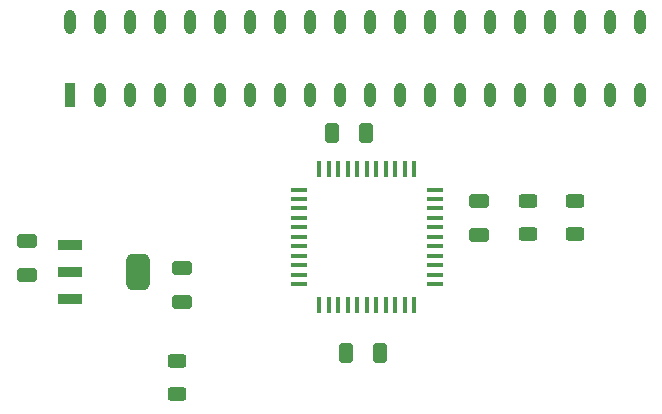
<source format=gtp>
G04*
G04 #@! TF.GenerationSoftware,Altium Limited,Altium Designer,18.0.12 (696)*
G04*
G04 Layer_Color=8421504*
%FSAX25Y25*%
%MOIN*%
G70*
G01*
G75*
G04:AMPARAMS|DCode=16|XSize=35.43mil|YSize=82.68mil|CornerRadius=8.37mil|HoleSize=0mil|Usage=FLASHONLY|Rotation=90.000|XOffset=0mil|YOffset=0mil|HoleType=Round|Shape=RoundedRectangle|*
%AMROUNDEDRECTD16*
21,1,0.03543,0.06594,0,0,90.0*
21,1,0.01870,0.08268,0,0,90.0*
1,1,0.01673,0.03297,0.00935*
1,1,0.01673,0.03297,-0.00935*
1,1,0.01673,-0.03297,-0.00935*
1,1,0.01673,-0.03297,0.00935*
%
%ADD16ROUNDEDRECTD16*%
G04:AMPARAMS|DCode=17|XSize=120.08mil|YSize=76.77mil|CornerRadius=17.22mil|HoleSize=0mil|Usage=FLASHONLY|Rotation=90.000|XOffset=0mil|YOffset=0mil|HoleType=Round|Shape=RoundedRectangle|*
%AMROUNDEDRECTD17*
21,1,0.12008,0.04232,0,0,90.0*
21,1,0.08563,0.07677,0,0,90.0*
1,1,0.03445,0.02116,0.04282*
1,1,0.03445,0.02116,-0.04282*
1,1,0.03445,-0.02116,-0.04282*
1,1,0.03445,-0.02116,0.04282*
%
%ADD17ROUNDEDRECTD17*%
G04:AMPARAMS|DCode=18|XSize=66.93mil|YSize=47.24mil|CornerRadius=10.83mil|HoleSize=0mil|Usage=FLASHONLY|Rotation=270.000|XOffset=0mil|YOffset=0mil|HoleType=Round|Shape=RoundedRectangle|*
%AMROUNDEDRECTD18*
21,1,0.06693,0.02559,0,0,270.0*
21,1,0.04528,0.04724,0,0,270.0*
1,1,0.02165,-0.01280,-0.02264*
1,1,0.02165,-0.01280,0.02264*
1,1,0.02165,0.01280,0.02264*
1,1,0.02165,0.01280,-0.02264*
%
%ADD18ROUNDEDRECTD18*%
G04:AMPARAMS|DCode=19|XSize=11.81mil|YSize=54.06mil|CornerRadius=1.97mil|HoleSize=0mil|Usage=FLASHONLY|Rotation=90.000|XOffset=0mil|YOffset=0mil|HoleType=Round|Shape=RoundedRectangle|*
%AMROUNDEDRECTD19*
21,1,0.01181,0.05013,0,0,90.0*
21,1,0.00787,0.05406,0,0,90.0*
1,1,0.00394,0.02506,0.00394*
1,1,0.00394,0.02506,-0.00394*
1,1,0.00394,-0.02506,-0.00394*
1,1,0.00394,-0.02506,0.00394*
%
%ADD19ROUNDEDRECTD19*%
G04:AMPARAMS|DCode=20|XSize=11.81mil|YSize=54.06mil|CornerRadius=1.97mil|HoleSize=0mil|Usage=FLASHONLY|Rotation=0.000|XOffset=0mil|YOffset=0mil|HoleType=Round|Shape=RoundedRectangle|*
%AMROUNDEDRECTD20*
21,1,0.01181,0.05013,0,0,0.0*
21,1,0.00787,0.05406,0,0,0.0*
1,1,0.00394,0.00394,-0.02506*
1,1,0.00394,-0.00394,-0.02506*
1,1,0.00394,-0.00394,0.02506*
1,1,0.00394,0.00394,0.02506*
%
%ADD20ROUNDEDRECTD20*%
G04:AMPARAMS|DCode=21|XSize=62.99mil|YSize=45.28mil|CornerRadius=10.83mil|HoleSize=0mil|Usage=FLASHONLY|Rotation=0.000|XOffset=0mil|YOffset=0mil|HoleType=Round|Shape=RoundedRectangle|*
%AMROUNDEDRECTD21*
21,1,0.06299,0.02362,0,0,0.0*
21,1,0.04134,0.04528,0,0,0.0*
1,1,0.02165,0.02067,-0.01181*
1,1,0.02165,-0.02067,-0.01181*
1,1,0.02165,-0.02067,0.01181*
1,1,0.02165,0.02067,0.01181*
%
%ADD21ROUNDEDRECTD21*%
G04:AMPARAMS|DCode=22|XSize=66.93mil|YSize=47.24mil|CornerRadius=10.83mil|HoleSize=0mil|Usage=FLASHONLY|Rotation=0.000|XOffset=0mil|YOffset=0mil|HoleType=Round|Shape=RoundedRectangle|*
%AMROUNDEDRECTD22*
21,1,0.06693,0.02559,0,0,0.0*
21,1,0.04528,0.04724,0,0,0.0*
1,1,0.02165,0.02264,-0.01280*
1,1,0.02165,-0.02264,-0.01280*
1,1,0.02165,-0.02264,0.01280*
1,1,0.02165,0.02264,0.01280*
%
%ADD22ROUNDEDRECTD22*%
%ADD23O,0.03819X0.08071*%
%ADD24R,0.03819X0.08071*%
D16*
X0046583Y0146955D02*
D03*
Y0137900D02*
D03*
Y0128845D02*
D03*
D17*
X0069417Y0137900D02*
D03*
D18*
X0134091Y0184100D02*
D03*
X0145509D02*
D03*
X0138691Y0110700D02*
D03*
X0150109D02*
D03*
D19*
X0168200Y0133852D02*
D03*
Y0137002D02*
D03*
Y0140151D02*
D03*
Y0143301D02*
D03*
Y0146450D02*
D03*
Y0149600D02*
D03*
Y0152750D02*
D03*
Y0155899D02*
D03*
Y0159049D02*
D03*
Y0162198D02*
D03*
Y0165348D02*
D03*
X0123000D02*
D03*
Y0162198D02*
D03*
Y0159049D02*
D03*
Y0155899D02*
D03*
Y0152750D02*
D03*
Y0149600D02*
D03*
Y0146450D02*
D03*
Y0143301D02*
D03*
Y0140151D02*
D03*
Y0137002D02*
D03*
Y0133852D02*
D03*
D20*
X0161348Y0172200D02*
D03*
X0158198D02*
D03*
X0155049D02*
D03*
X0151899D02*
D03*
X0148750D02*
D03*
X0145600D02*
D03*
X0142450D02*
D03*
X0139301D02*
D03*
X0136151D02*
D03*
X0133002D02*
D03*
X0129852D02*
D03*
Y0127000D02*
D03*
X0133002D02*
D03*
X0136151D02*
D03*
X0139301D02*
D03*
X0142450D02*
D03*
X0145600D02*
D03*
X0148750D02*
D03*
X0151899D02*
D03*
X0155049D02*
D03*
X0158198D02*
D03*
X0161348D02*
D03*
D21*
X0199400Y0161512D02*
D03*
Y0150488D02*
D03*
X0215000Y0150388D02*
D03*
Y0161412D02*
D03*
X0082400Y0097188D02*
D03*
Y0108212D02*
D03*
D22*
X0182900Y0150091D02*
D03*
Y0161509D02*
D03*
X0032200Y0148209D02*
D03*
Y0136791D02*
D03*
X0084000Y0139209D02*
D03*
Y0127791D02*
D03*
D23*
X0216853Y0221343D02*
D03*
X0226853D02*
D03*
X0236853D02*
D03*
X0116853Y0196934D02*
D03*
X0106853D02*
D03*
X0056853D02*
D03*
X0076853D02*
D03*
X0086853D02*
D03*
X0066853D02*
D03*
X0096853D02*
D03*
X0056853Y0221343D02*
D03*
X0066853D02*
D03*
X0226853Y0196934D02*
D03*
X0046853Y0221343D02*
D03*
X0076853D02*
D03*
X0216853Y0196934D02*
D03*
X0236853D02*
D03*
X0086853Y0221343D02*
D03*
X0166853D02*
D03*
X0136853D02*
D03*
X0146853D02*
D03*
X0186853D02*
D03*
X0206853D02*
D03*
X0096853D02*
D03*
X0116853D02*
D03*
X0106853D02*
D03*
X0176853D02*
D03*
X0126853D02*
D03*
X0196853D02*
D03*
X0156853D02*
D03*
X0206853Y0196934D02*
D03*
X0196853D02*
D03*
X0126853D02*
D03*
X0166853D02*
D03*
X0156853D02*
D03*
X0136853D02*
D03*
X0146853D02*
D03*
X0186853D02*
D03*
X0176853D02*
D03*
D24*
X0046853D02*
D03*
M02*

</source>
